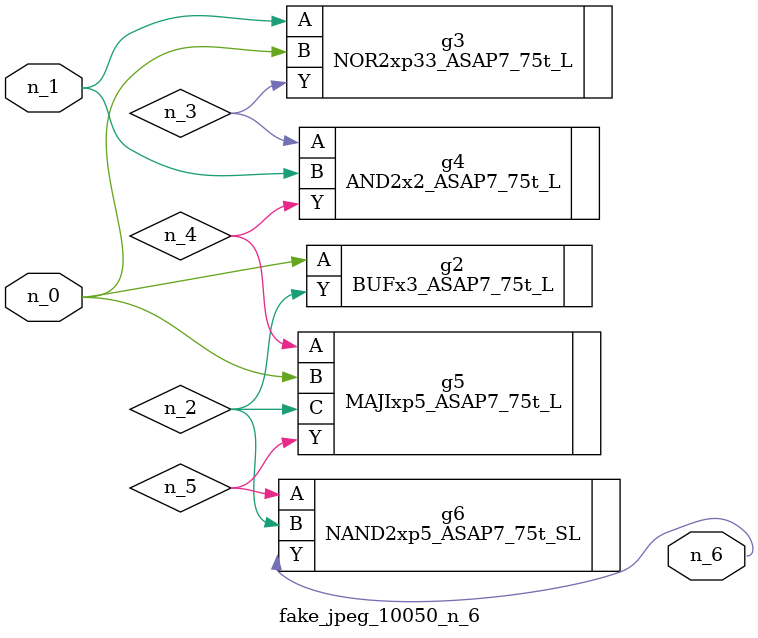
<source format=v>
module fake_jpeg_10050_n_6 (n_0, n_1, n_6);

input n_0;
input n_1;

output n_6;

wire n_2;
wire n_3;
wire n_4;
wire n_5;

BUFx3_ASAP7_75t_L g2 ( 
.A(n_0),
.Y(n_2)
);

NOR2xp33_ASAP7_75t_L g3 ( 
.A(n_1),
.B(n_0),
.Y(n_3)
);

AND2x2_ASAP7_75t_L g4 ( 
.A(n_3),
.B(n_1),
.Y(n_4)
);

MAJIxp5_ASAP7_75t_L g5 ( 
.A(n_4),
.B(n_0),
.C(n_2),
.Y(n_5)
);

NAND2xp5_ASAP7_75t_SL g6 ( 
.A(n_5),
.B(n_2),
.Y(n_6)
);


endmodule
</source>
